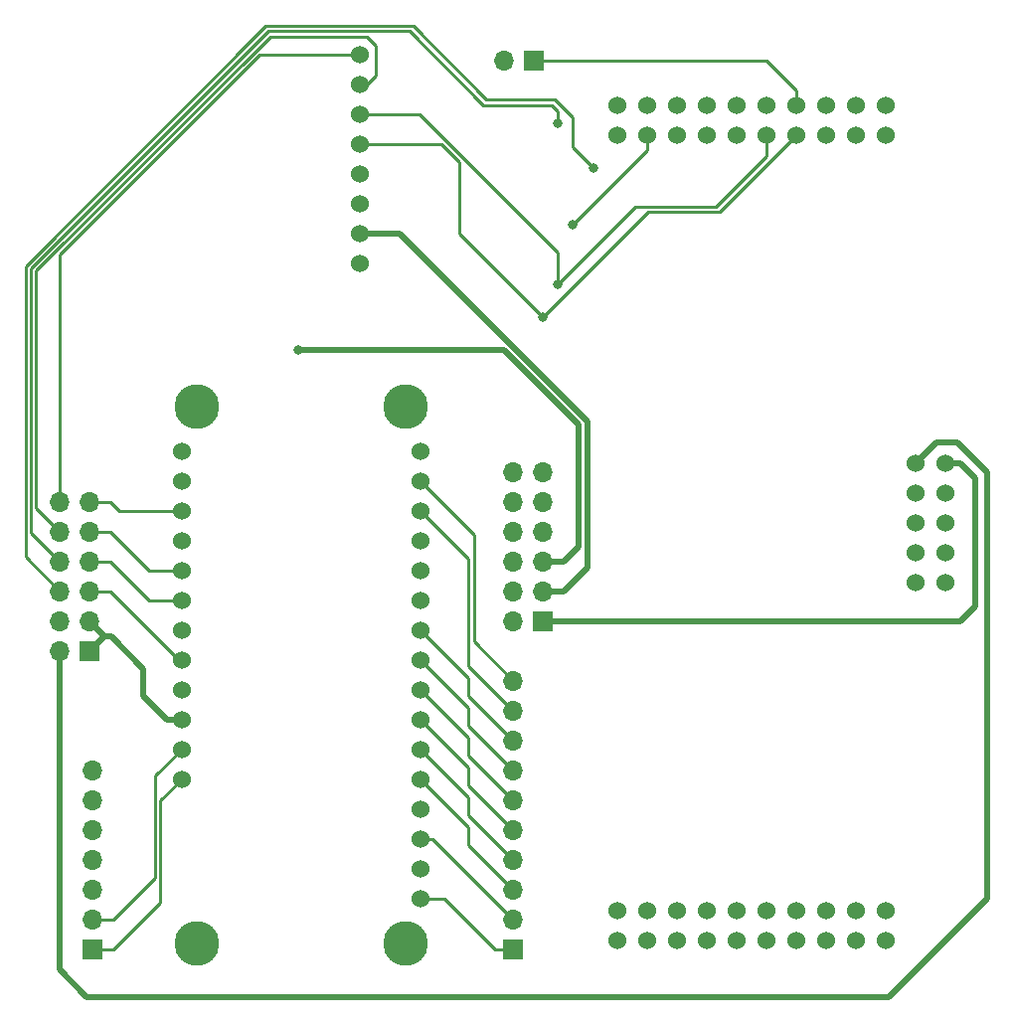
<source format=gbr>
%TF.GenerationSoftware,KiCad,Pcbnew,6.0.4-1.fc35*%
%TF.CreationDate,2022-04-09T22:12:24+01:00*%
%TF.ProjectId,DevBoard,44657642-6f61-4726-942e-6b696361645f,rev?*%
%TF.SameCoordinates,Original*%
%TF.FileFunction,Copper,L1,Top*%
%TF.FilePolarity,Positive*%
%FSLAX46Y46*%
G04 Gerber Fmt 4.6, Leading zero omitted, Abs format (unit mm)*
G04 Created by KiCad (PCBNEW 6.0.4-1.fc35) date 2022-04-09 22:12:24*
%MOMM*%
%LPD*%
G01*
G04 APERTURE LIST*
%TA.AperFunction,ComponentPad*%
%ADD10C,1.524000*%
%TD*%
%TA.AperFunction,ComponentPad*%
%ADD11R,1.700000X1.700000*%
%TD*%
%TA.AperFunction,ComponentPad*%
%ADD12O,1.700000X1.700000*%
%TD*%
%TA.AperFunction,ComponentPad*%
%ADD13C,3.810000*%
%TD*%
%TA.AperFunction,ViaPad*%
%ADD14C,0.800000*%
%TD*%
%TA.AperFunction,Conductor*%
%ADD15C,0.500000*%
%TD*%
%TA.AperFunction,Conductor*%
%ADD16C,0.250000*%
%TD*%
G04 APERTURE END LIST*
D10*
%TO.P,U3,2,3V*%
%TO.N,/3V3_ads*%
X217932000Y-102362000D03*
%TO.P,U3,3*%
%TO.N,N/C*%
X217932000Y-104902000D03*
%TO.P,U3,4,GND*%
%TO.N,/GND*%
X217932000Y-107442000D03*
%TO.P,U3,5*%
%TO.N,N/C*%
X217932000Y-109982000D03*
%TO.P,U3,6*%
X217932000Y-112522000D03*
%TO.P,U3,7*%
X215392000Y-112522000D03*
%TO.P,U3,8*%
X215392000Y-109982000D03*
%TO.P,U3,9*%
X215392000Y-107442000D03*
%TO.P,U3,10*%
X215392000Y-104902000D03*
%TO.P,U3,11,5V*%
%TO.N,/5V_ads*%
X215392000Y-102362000D03*
%TO.P,U3,12*%
%TO.N,N/C*%
X189992000Y-71882000D03*
%TO.P,U3,13*%
X192532000Y-71882000D03*
%TO.P,U3,14*%
X195072000Y-71882000D03*
%TO.P,U3,15*%
X197612000Y-71882000D03*
%TO.P,U3,16*%
X200152000Y-71882000D03*
%TO.P,U3,17*%
X202692000Y-71882000D03*
%TO.P,U3,18,Start*%
%TO.N,Net-(J3-Pad1)*%
X205232000Y-71882000D03*
%TO.P,U3,19*%
%TO.N,N/C*%
X207772000Y-71882000D03*
%TO.P,U3,20*%
X210312000Y-71882000D03*
%TO.P,U3,21*%
X212852000Y-71882000D03*
%TO.P,U3,22*%
X212852000Y-74422000D03*
%TO.P,U3,23*%
X210312000Y-74422000D03*
%TO.P,U3,24,Data_Ready*%
%TO.N,/~{DRDY_ads}*%
X207772000Y-74422000D03*
%TO.P,U3,25,MISO*%
%TO.N,/MISO*%
X205232000Y-74422000D03*
%TO.P,U3,26,MOSI*%
%TO.N,/MOSI*%
X202692000Y-74422000D03*
%TO.P,U3,27*%
%TO.N,N/C*%
X200152000Y-74422000D03*
%TO.P,U3,28,~{Chip_Select}*%
%TO.N,/~{CS_ads}*%
X197612000Y-74422000D03*
%TO.P,U3,29*%
%TO.N,N/C*%
X195072000Y-74422000D03*
%TO.P,U3,30,SCLK*%
%TO.N,/SCK*%
X192532000Y-74422000D03*
%TO.P,U3,31*%
%TO.N,N/C*%
X189992000Y-74422000D03*
%TO.P,U3,32*%
X189992000Y-140462000D03*
%TO.P,U3,33*%
X192532000Y-140462000D03*
%TO.P,U3,34*%
X195072000Y-140462000D03*
%TO.P,U3,35*%
X197612000Y-140462000D03*
%TO.P,U3,36*%
X200152000Y-140462000D03*
%TO.P,U3,37*%
X202692000Y-140462000D03*
%TO.P,U3,38*%
X205232000Y-140462000D03*
%TO.P,U3,39*%
X207772000Y-140462000D03*
%TO.P,U3,40*%
X210312000Y-140462000D03*
%TO.P,U3,41*%
X212852000Y-140462000D03*
%TO.P,U3,42*%
X212852000Y-143002000D03*
%TO.P,U3,43*%
X210312000Y-143002000D03*
%TO.P,U3,44*%
X207772000Y-143002000D03*
%TO.P,U3,45*%
X205232000Y-143002000D03*
%TO.P,U3,46*%
X202692000Y-143002000D03*
%TO.P,U3,47*%
X200152000Y-143002000D03*
%TO.P,U3,48*%
X197612000Y-143002000D03*
%TO.P,U3,51*%
X195072000Y-143002000D03*
%TO.P,U3,52*%
X192532000Y-143002000D03*
%TO.P,U3,53*%
X189992000Y-143002000D03*
%TD*%
D11*
%TO.P,J3,1,Pin_1*%
%TO.N,Net-(J3-Pad1)*%
X182885000Y-68072000D03*
D12*
%TO.P,J3,2,Pin_2*%
%TO.N,/GND*%
X180345000Y-68072000D03*
%TD*%
%TO.P,J4,10,Pin_10*%
%TO.N,/TX_nrf*%
X181107000Y-120909000D03*
%TO.P,J4,9,Pin_9*%
%TO.N,/RX_nrf*%
X181107000Y-123449000D03*
%TO.P,J4,8,Pin_8*%
%TO.N,/A5_nrf*%
X181107000Y-125989000D03*
%TO.P,J4,7,Pin_7*%
%TO.N,/A4_nrf*%
X181107000Y-128529000D03*
%TO.P,J4,6,Pin_6*%
%TO.N,/A3_nrf*%
X181107000Y-131069000D03*
%TO.P,J4,5,Pin_5*%
%TO.N,/A2_nrf*%
X181107000Y-133609000D03*
%TO.P,J4,4,Pin_4*%
%TO.N,/A1_nrf*%
X181107000Y-136149000D03*
%TO.P,J4,3,Pin_3*%
%TO.N,/A0_nrf*%
X181107000Y-138689000D03*
%TO.P,J4,2,Pin_2*%
%TO.N,/AREF_nrf*%
X181107000Y-141229000D03*
D11*
%TO.P,J4,1,Pin_1*%
%TO.N,/RST_nrf*%
X181107000Y-143769000D03*
%TD*%
D13*
%TO.P,U2,M4*%
%TO.N,N/C*%
X154110000Y-143256000D03*
%TO.P,U2,M3*%
X154110000Y-97536000D03*
%TO.P,U2,M2*%
X171890000Y-97536000D03*
%TO.P,U2,M1*%
X171890000Y-143256000D03*
D10*
%TO.P,U2,28,BAT*%
%TO.N,/BAT_nrf*%
X152840000Y-129286000D03*
%TO.P,U2,27,EN*%
%TO.N,/EN_nrf*%
X152840000Y-126746000D03*
%TO.P,U2,26,USB*%
%TO.N,/5V_nrf*%
X152840000Y-124206000D03*
%TO.P,U2,25,13*%
%TO.N,/GPIO13_nrf*%
X152840000Y-121666000D03*
%TO.P,U2,24,12*%
%TO.N,/~{ADS_DRDY_nrf}*%
X152840000Y-119126000D03*
%TO.P,U2,23,11*%
%TO.N,/GPIO11_nrf*%
X152840000Y-116586000D03*
%TO.P,U2,22,10*%
%TO.N,/~{ADS_CS_nrf}*%
X152840000Y-114046000D03*
%TO.P,U2,21,9*%
%TO.N,/~{CARD_CS_nrf}*%
X152840000Y-111506000D03*
%TO.P,U2,20,6*%
%TO.N,/GPIO6_nrf*%
X152840000Y-108966000D03*
%TO.P,U2,19,5*%
%TO.N,/~{CARD_CD_nrf}*%
X152840000Y-106426000D03*
%TO.P,U2,18,SCL*%
%TO.N,/SCL_nrf*%
X152840000Y-103886000D03*
%TO.P,U2,17,SDA*%
%TO.N,/SDA_nrf*%
X152840000Y-101346000D03*
%TO.P,U2,16,D2*%
%TO.N,unconnected-(U2-Pad16)*%
X173160000Y-101346000D03*
%TO.P,U2,15,TX*%
%TO.N,/TX_nrf*%
X173160000Y-103886000D03*
%TO.P,U2,14,RX*%
%TO.N,/RX_nrf*%
X173160000Y-106426000D03*
%TO.P,U2,13,MISO*%
%TO.N,/MISO_nrf*%
X173160000Y-108966000D03*
%TO.P,U2,12,MOSI*%
%TO.N,/MOSI_nrf*%
X173160000Y-111506000D03*
%TO.P,U2,11,SCK*%
%TO.N,/SCK_nrf*%
X173160000Y-114046000D03*
%TO.P,U2,10,A5*%
%TO.N,/A5_nrf*%
X173160000Y-116586000D03*
%TO.P,U2,9,A4*%
%TO.N,/A4_nrf*%
X173160000Y-119126000D03*
%TO.P,U2,8,A3*%
%TO.N,/A3_nrf*%
X173160000Y-121666000D03*
%TO.P,U2,7,A2*%
%TO.N,/A2_nrf*%
X173160000Y-124206000D03*
%TO.P,U2,6,A1*%
%TO.N,/A1_nrf*%
X173160000Y-126746000D03*
%TO.P,U2,5,A0*%
%TO.N,/A0_nrf*%
X173160000Y-129286000D03*
%TO.P,U2,4,GND*%
%TO.N,/GND_nrf*%
X173160000Y-131826000D03*
%TO.P,U2,3,AREF*%
%TO.N,/AREF_nrf*%
X173160000Y-134366000D03*
%TO.P,U2,2,3V*%
%TO.N,/3V3_nrf*%
X173160000Y-136906000D03*
%TO.P,U2,1,RST*%
%TO.N,/RST_nrf*%
X173160000Y-139446000D03*
%TD*%
D11*
%TO.P,J1,1,Pin_1*%
%TO.N,/5V_nrf*%
X145000000Y-118364000D03*
D12*
%TO.P,J1,2,Pin_2*%
%TO.N,/5V_ads*%
X142460000Y-118364000D03*
%TO.P,J1,3,Pin_3*%
%TO.N,/5V_nrf*%
X145000000Y-115824000D03*
%TO.P,J1,4,Pin_4*%
%TO.N,/5V_sdc*%
X142460000Y-115824000D03*
%TO.P,J1,5,Pin_5*%
%TO.N,/~{ADS_DRDY_nrf}*%
X145000000Y-113284000D03*
%TO.P,J1,6,Pin_6*%
%TO.N,/~{DRDY_ads}*%
X142460000Y-113284000D03*
%TO.P,J1,7,Pin_7*%
%TO.N,/~{ADS_CS_nrf}*%
X145000000Y-110744000D03*
%TO.P,J1,8,Pin_8*%
%TO.N,/~{CS_ads}*%
X142460000Y-110744000D03*
%TO.P,J1,9,Pin_9*%
%TO.N,/~{CARD_CS_nrf}*%
X145000000Y-108204000D03*
%TO.P,J1,10,Pin_10*%
%TO.N,/~{CS_sdc}*%
X142460000Y-108204000D03*
%TO.P,J1,11,Pin_11*%
%TO.N,/~{CARD_CD_nrf}*%
X145000000Y-105664000D03*
%TO.P,J1,12,Pin_12*%
%TO.N,/~{CD_sdc}*%
X142460000Y-105664000D03*
%TD*%
D11*
%TO.P,J5,1,Pin_1*%
%TO.N,/BAT_nrf*%
X145288000Y-143769000D03*
D12*
%TO.P,J5,2,Pin_2*%
%TO.N,/EN_nrf*%
X145288000Y-141229000D03*
%TO.P,J5,3,Pin_3*%
%TO.N,/GPIO13_nrf*%
X145288000Y-138689000D03*
%TO.P,J5,4,Pin_4*%
%TO.N,/GPIO11_nrf*%
X145288000Y-136149000D03*
%TO.P,J5,5,Pin_5*%
%TO.N,/GPIO6_nrf*%
X145288000Y-133609000D03*
%TO.P,J5,6,Pin_6*%
%TO.N,/SCL_nrf*%
X145288000Y-131069000D03*
%TO.P,J5,7,Pin_7*%
%TO.N,/SDA_nrf*%
X145288000Y-128529000D03*
%TD*%
D10*
%TO.P,U1,1,5V*%
%TO.N,/5V_sdc*%
X168021000Y-85344000D03*
%TO.P,U1,2,3V*%
%TO.N,/3V3_sdc*%
X168021000Y-82804000D03*
%TO.P,U1,3,GND*%
%TO.N,/GND*%
X168021000Y-80264000D03*
%TO.P,U1,4,CLK*%
%TO.N,/SCK*%
X168021000Y-77724000D03*
%TO.P,U1,5,D_Out*%
%TO.N,/MISO*%
X168021000Y-75184000D03*
%TO.P,U1,6,D_in*%
%TO.N,/MOSI*%
X168021000Y-72644000D03*
%TO.P,U1,7,~{Chip_Select}*%
%TO.N,/~{CS_sdc}*%
X168021000Y-70104000D03*
%TO.P,U1,8,Card_Detect*%
%TO.N,/~{CD_sdc}*%
X168021000Y-67564000D03*
%TD*%
D11*
%TO.P,J2,1,Pin_1*%
%TO.N,/3V3_ads*%
X183647000Y-115824000D03*
D12*
%TO.P,J2,2,Pin_2*%
%TO.N,/3V3_nrf*%
X181107000Y-115824000D03*
%TO.P,J2,3,Pin_3*%
%TO.N,/3V3_sdc*%
X183647000Y-113284000D03*
%TO.P,J2,4,Pin_4*%
%TO.N,/3V3_nrf*%
X181107000Y-113284000D03*
%TO.P,J2,5,Pin_5*%
%TO.N,/GND*%
X183647000Y-110744000D03*
%TO.P,J2,6,Pin_6*%
%TO.N,/GND_nrf*%
X181107000Y-110744000D03*
%TO.P,J2,7,Pin_7*%
%TO.N,/SCK*%
X183647000Y-108204000D03*
%TO.P,J2,8,Pin_8*%
%TO.N,/SCK_nrf*%
X181107000Y-108204000D03*
%TO.P,J2,9,Pin_9*%
%TO.N,/MOSI*%
X183647000Y-105664000D03*
%TO.P,J2,10,Pin_10*%
%TO.N,/MOSI_nrf*%
X181107000Y-105664000D03*
%TO.P,J2,11,Pin_11*%
%TO.N,/MISO*%
X183647000Y-103124000D03*
%TO.P,J2,12,Pin_12*%
%TO.N,/MISO_nrf*%
X181107000Y-103124000D03*
%TD*%
D14*
%TO.N,/GND*%
X162814000Y-92710000D03*
%TO.N,/~{DRDY_ads}*%
X187960000Y-77216000D03*
%TO.N,/~{CS_ads}*%
X184912000Y-73406000D03*
%TO.N,/SCK*%
X186182000Y-82042000D03*
%TO.N,/MISO*%
X183642000Y-89916000D03*
%TO.N,/MOSI*%
X184912000Y-87122000D03*
%TD*%
D15*
%TO.N,/3V3_sdc*%
X183647000Y-113284000D02*
X185420000Y-113284000D01*
X185420000Y-113284000D02*
X187452000Y-111252000D01*
X187452000Y-111252000D02*
X187452000Y-98806000D01*
X171450000Y-82804000D02*
X168021000Y-82804000D01*
X187452000Y-98806000D02*
X171450000Y-82804000D01*
D16*
%TO.N,/MISO*%
X183642000Y-89916000D02*
X176530000Y-82804000D01*
X176530000Y-82804000D02*
X176530000Y-76708000D01*
X176530000Y-76708000D02*
X175006000Y-75184000D01*
X175006000Y-75184000D02*
X168021000Y-75184000D01*
%TO.N,/MOSI*%
X168021000Y-72644000D02*
X173101717Y-72644000D01*
X173101717Y-72644000D02*
X184912000Y-84454283D01*
X184912000Y-84454283D02*
X184912000Y-87122000D01*
%TO.N,/~{CD_sdc}*%
X142460000Y-105664000D02*
X142460000Y-84616000D01*
X142460000Y-84616000D02*
X159512000Y-67564000D01*
X159512000Y-67564000D02*
X168021000Y-67564000D01*
%TO.N,/~{CS_sdc}*%
X142460000Y-108204000D02*
X140462000Y-106206000D01*
X140462000Y-106206000D02*
X140462000Y-85978283D01*
X140462000Y-85978283D02*
X160400283Y-66040000D01*
X168656000Y-66040000D02*
X169418000Y-66802000D01*
X160400283Y-66040000D02*
X168656000Y-66040000D01*
X169418000Y-66802000D02*
X169418000Y-69342000D01*
X168656000Y-70104000D02*
X168021000Y-70104000D01*
X169418000Y-69342000D02*
X168656000Y-70104000D01*
D15*
%TO.N,/GND*%
X183647000Y-110744000D02*
X185420000Y-110744000D01*
X185420000Y-110744000D02*
X186690000Y-109474000D01*
X186690000Y-109474000D02*
X186690000Y-99060000D01*
X186690000Y-99060000D02*
X180340000Y-92710000D01*
X180340000Y-92710000D02*
X162814000Y-92710000D01*
%TO.N,/5V_ads*%
X142460000Y-118364000D02*
X142460000Y-145508000D01*
X217170000Y-100584000D02*
X215392000Y-102362000D01*
X142460000Y-145508000D02*
X144780000Y-147828000D01*
X144780000Y-147828000D02*
X213106000Y-147828000D01*
X213106000Y-147828000D02*
X221488000Y-139446000D01*
X221488000Y-103124000D02*
X218948000Y-100584000D01*
X221488000Y-139446000D02*
X221488000Y-103124000D01*
X218948000Y-100584000D02*
X217170000Y-100584000D01*
%TO.N,/3V3_ads*%
X183647000Y-115824000D02*
X219202000Y-115824000D01*
X219202000Y-102362000D02*
X217932000Y-102362000D01*
X219202000Y-115824000D02*
X220472000Y-114554000D01*
X220472000Y-114554000D02*
X220472000Y-103632000D01*
X220472000Y-103632000D02*
X219202000Y-102362000D01*
D16*
%TO.N,/~{DRDY_ads}*%
X142460000Y-113284000D02*
X139562960Y-110386960D01*
X139562960Y-110386960D02*
X139562960Y-85605887D01*
X139562960Y-85605887D02*
X160027889Y-65140960D01*
X160027889Y-65140960D02*
X172582960Y-65140960D01*
X172582960Y-65140960D02*
X178816000Y-71374000D01*
X178816000Y-71374000D02*
X184658000Y-71374000D01*
X186182000Y-75438000D02*
X187960000Y-77216000D01*
X184658000Y-71374000D02*
X186182000Y-72898000D01*
X186182000Y-72898000D02*
X186182000Y-75438000D01*
%TO.N,/~{CS_ads}*%
X142460000Y-110744000D02*
X140012480Y-108296480D01*
X140012480Y-108296480D02*
X140012480Y-85792085D01*
X140012480Y-85792085D02*
X160214086Y-65590480D01*
X184404000Y-71882000D02*
X184912000Y-72390000D01*
X184912000Y-72390000D02*
X184912000Y-73406000D01*
X160214086Y-65590480D02*
X172270480Y-65590480D01*
X178562000Y-71882000D02*
X184404000Y-71882000D01*
X172270480Y-65590480D02*
X178562000Y-71882000D01*
%TO.N,/SCK*%
X192532000Y-74422000D02*
X192532000Y-75692000D01*
X192532000Y-75692000D02*
X186182000Y-82042000D01*
%TO.N,/MOSI*%
X184912000Y-87122000D02*
X191516000Y-80518000D01*
X191516000Y-80518000D02*
X198374000Y-80518000D01*
X198374000Y-80518000D02*
X202692000Y-76200000D01*
X202692000Y-76200000D02*
X202692000Y-74422000D01*
%TO.N,/MISO*%
X205232000Y-74422000D02*
X198686480Y-80967520D01*
X198686480Y-80967520D02*
X192590480Y-80967520D01*
X192590480Y-80967520D02*
X183642000Y-89916000D01*
%TO.N,Net-(J3-Pad1)*%
X182885000Y-68072000D02*
X202692000Y-68072000D01*
X202692000Y-68072000D02*
X205232000Y-70612000D01*
X205232000Y-70612000D02*
X205232000Y-71882000D01*
%TO.N,/A0_nrf*%
X173160000Y-129286000D02*
X177292000Y-133418000D01*
X177292000Y-134874000D02*
X181107000Y-138689000D01*
X177292000Y-133418000D02*
X177292000Y-134874000D01*
%TO.N,/A1_nrf*%
X173160000Y-126746000D02*
X177292000Y-130878000D01*
X177292000Y-130878000D02*
X177292000Y-132334000D01*
X177292000Y-132334000D02*
X181107000Y-136149000D01*
%TO.N,/A2_nrf*%
X173160000Y-124206000D02*
X177292000Y-128338000D01*
X177292000Y-129794000D02*
X181107000Y-133609000D01*
X177292000Y-128338000D02*
X177292000Y-129794000D01*
%TO.N,/A3_nrf*%
X173160000Y-121666000D02*
X177292000Y-125798000D01*
X177292000Y-125798000D02*
X177292000Y-127254000D01*
X177292000Y-127254000D02*
X181107000Y-131069000D01*
%TO.N,/A4_nrf*%
X173160000Y-119126000D02*
X177292000Y-123258000D01*
X177292000Y-123258000D02*
X177292000Y-124714000D01*
X177292000Y-124714000D02*
X181107000Y-128529000D01*
%TO.N,/A5_nrf*%
X173160000Y-116586000D02*
X177292000Y-120718000D01*
X177292000Y-120718000D02*
X177292000Y-122174000D01*
X177292000Y-122174000D02*
X181107000Y-125989000D01*
%TO.N,/TX_nrf*%
X173160000Y-103886000D02*
X177741520Y-108467520D01*
X177741520Y-117543520D02*
X181107000Y-120909000D01*
X177741520Y-108467520D02*
X177741520Y-117543520D01*
%TO.N,/RX_nrf*%
X173160000Y-106426000D02*
X177292000Y-110558000D01*
X177292000Y-110558000D02*
X177292000Y-119634000D01*
X177292000Y-119634000D02*
X181107000Y-123449000D01*
%TO.N,/AREF_nrf*%
X173160000Y-134366000D02*
X174244000Y-134366000D01*
X174244000Y-134366000D02*
X181107000Y-141229000D01*
%TO.N,/RST_nrf*%
X173160000Y-139446000D02*
X175260000Y-139446000D01*
X179583000Y-143769000D02*
X181107000Y-143769000D01*
X175260000Y-139446000D02*
X179583000Y-143769000D01*
%TO.N,/BAT_nrf*%
X152840000Y-129286000D02*
X151033120Y-131092880D01*
X151033120Y-131092880D02*
X151033120Y-139796880D01*
X151033120Y-139796880D02*
X147061000Y-143769000D01*
X147061000Y-143769000D02*
X145288000Y-143769000D01*
%TO.N,/EN_nrf*%
X152840000Y-126746000D02*
X150583600Y-129002400D01*
X150583600Y-129002400D02*
X150583600Y-137706400D01*
X150583600Y-137706400D02*
X147061000Y-141229000D01*
X147061000Y-141229000D02*
X145288000Y-141229000D01*
%TO.N,/~{CARD_CD_nrf}*%
X145000000Y-105664000D02*
X146812000Y-105664000D01*
X146812000Y-105664000D02*
X147574000Y-106426000D01*
X147574000Y-106426000D02*
X152840000Y-106426000D01*
%TO.N,/~{CARD_CS_nrf}*%
X145000000Y-108204000D02*
X146812000Y-108204000D01*
X146812000Y-108204000D02*
X150114000Y-111506000D01*
X150114000Y-111506000D02*
X152840000Y-111506000D01*
%TO.N,/~{ADS_CS_nrf}*%
X145000000Y-110744000D02*
X146778000Y-110744000D01*
X146778000Y-110744000D02*
X150080000Y-114046000D01*
X150080000Y-114046000D02*
X152840000Y-114046000D01*
%TO.N,/~{ADS_DRDY_nrf}*%
X145000000Y-113284000D02*
X146812000Y-113284000D01*
X146812000Y-113284000D02*
X152654000Y-119126000D01*
X152654000Y-119126000D02*
X152840000Y-119126000D01*
D15*
%TO.N,/5V_nrf*%
X152840000Y-124206000D02*
X151638000Y-124206000D01*
X151638000Y-124206000D02*
X149606000Y-122174000D01*
X149606000Y-122174000D02*
X149606000Y-119888000D01*
X149606000Y-119888000D02*
X146846000Y-117128000D01*
X146270000Y-117094000D02*
X146812000Y-117094000D01*
X145000000Y-118364000D02*
X146270000Y-117094000D01*
X146270000Y-117094000D02*
X145000000Y-115824000D01*
%TD*%
M02*

</source>
